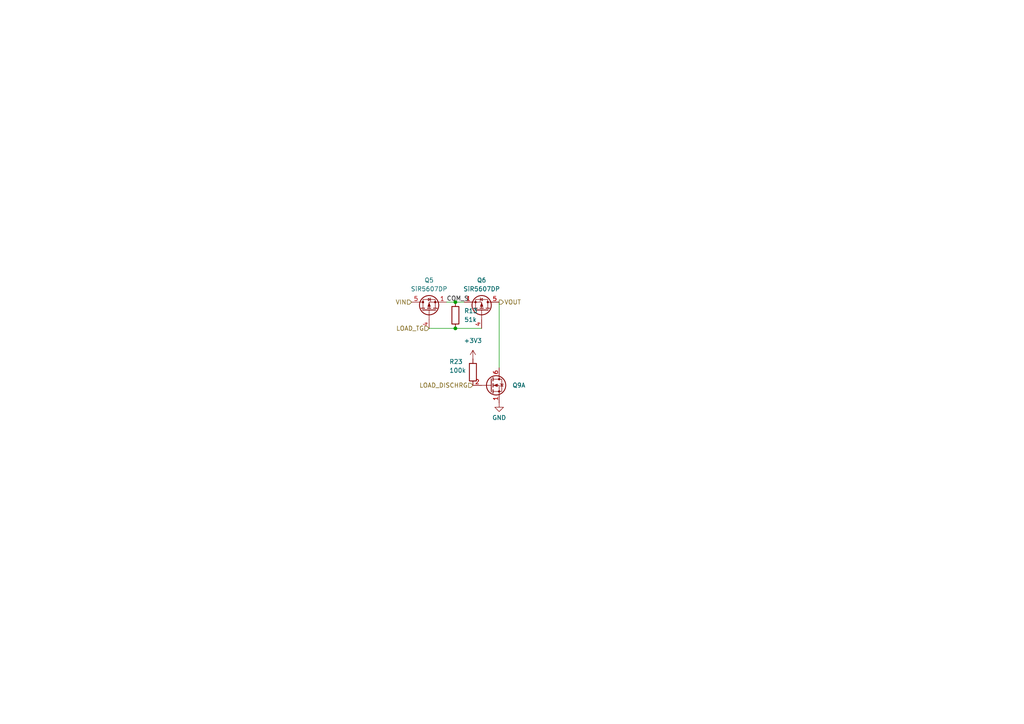
<source format=kicad_sch>
(kicad_sch (version 20231120) (generator "eeschema") (generator_version "8.0")
  (paper "A4")
  (lib_symbols
    (symbol "Device:Q_Dual_NMOS_S1G1D2S2G2D1" (pin_names (offset 0) hide)
      (property "Reference" "Q" (at 6.35 1.27 0))
      (property "Value" "Q_Dual_NMOS_S1G1D2S2G2D1" (at 19.05 -1.27 0))
      (symbol "Q_Dual_NMOS_S1G1D2S2G2D1_0_1"
        (polyline (pts (xy 0.254 0) (xy -2.54 0)))
        (polyline (pts (xy 0.254 1.905) (xy 0.254 -1.905)) (stroke (width 0.254)))
        (polyline (pts (xy 0.762 -1.27) (xy 0.762 -2.286)) (stroke (width 0.254)))
        (polyline (pts (xy 0.762 0.508) (xy 0.762 -0.508)) (stroke (width 0.254)))
        (polyline (pts (xy 0.762 2.286) (xy 0.762 1.27)) (stroke (width 0.254)))
        (polyline (pts (xy 2.54 2.54) (xy 2.54 1.778)))
        (polyline (pts (xy 2.54 -2.54) (xy 2.54 0) (xy 0.762 0)))
        (polyline (pts (xy 0.762 -1.778) (xy 3.302 -1.778) (xy 3.302 1.778) (xy 0.762 1.778)))
        (polyline (pts (xy 1.016 0) (xy 2.032 0.381) (xy 2.032 -0.381) (xy 1.016 0)) (fill (type outline)))
        (polyline (pts (xy 2.794 0.508) (xy 2.921 0.381) (xy 3.683 0.381) (xy 3.81 0.254)))
        (polyline (pts (xy 3.302 0.381) (xy 2.921 -0.254) (xy 3.683 -0.254) (xy 3.302 0.381)))
        (circle (center 1.651 0) (radius 2.794) (stroke (width 0.254)))
        (circle (center 2.54 -1.778) (radius 0.254) (fill (type outline)))
        (circle (center 2.54 1.778) (radius 0.254) (fill (type outline)))
      )
      (symbol "Q_Dual_NMOS_S1G1D2S2G2D1_1_1"
        (pin passive line (at 2.54 -5.08 90) (length 2.54) (name "S") (number "1"))
        (pin input line (at -5.08 0 0) (length 2.54) (name "G") (number "2"))
        (pin passive line (at 2.54 5.08 270) (length 2.54) (name "D") (number "6"))
      )
      (symbol "Q_Dual_NMOS_S1G1D2S2G2D1_2_1"
        (pin passive line (at 2.54 5.08 270) (length 2.54) (name "D") (number "3"))
        (pin passive line (at 2.54 -5.08 90) (length 2.54) (name "S") (number "4"))
        (pin input line (at -5.08 0 0) (length 2.54) (name "G") (number "5"))
      )
    )
    (symbol "Device:R" (pin_numbers hide) (pin_names (offset 0))
      (property "Reference" "R" (at 2.032 0 90))
      (property "Value" "R" (at 0 0 90))
      (symbol "R_0_1"
        (rectangle (start -1.016 -2.54) (end 1.016 2.54) (stroke (width 0.254)))
      )
      (symbol "R_1_1"
        (pin passive line (at 0 3.81 270) (length 1.27) (name "~") (number "1"))
        (pin passive line (at 0 -3.81 90) (length 1.27) (name "~") (number "2"))
      )
    )
    (symbol "Transistor_FET:AON6411" (pin_names hide)
      (property "Reference" "Q" (at 5.08 1.905 0))
      (property "Value" "AON6411" (at 5.08 0 0))
      (symbol "AON6411_0_1"
        (polyline (pts (xy 0.254 0) (xy -2.54 0)))
        (polyline (pts (xy 0.254 1.905) (xy 0.254 -1.905)) (stroke (width 0.254)))
        (polyline (pts (xy 0.762 -1.27) (xy 0.762 -2.286)) (stroke (width 0.254)))
        (polyline (pts (xy 0.762 0.508) (xy 0.762 -0.508)) (stroke (width 0.254)))
        (polyline (pts (xy 0.762 2.286) (xy 0.762 1.27)) (stroke (width 0.254)))
        (polyline (pts (xy 2.54 2.54) (xy 2.54 1.778)))
        (polyline (pts (xy 2.54 -2.54) (xy 2.54 0) (xy 0.762 0)))
        (polyline (pts (xy 0.762 1.778) (xy 3.302 1.778) (xy 3.302 -1.778) (xy 0.762 -1.778)))
        (polyline (pts (xy 2.286 0) (xy 1.27 0.381) (xy 1.27 -0.381) (xy 2.286 0)) (fill (type outline)))
        (polyline (pts (xy 2.794 -0.508) (xy 2.921 -0.381) (xy 3.683 -0.381) (xy 3.81 -0.254)))
        (polyline (pts (xy 3.302 -0.381) (xy 2.921 0.254) (xy 3.683 0.254) (xy 3.302 -0.381)))
        (circle (center 1.651 0) (radius 2.794) (stroke (width 0.254)))
        (circle (center 2.54 -1.778) (radius 0.254) (fill (type outline)))
        (circle (center 2.54 1.778) (radius 0.254) (fill (type outline)))
      )
      (symbol "AON6411_1_1"
        (pin passive line (at 2.54 -5.08 90) (length 2.54) (name "S") (number "1"))
        (pin passive line (at 2.54 -5.08 90) (length 2.54) hide (name "S") (number "2"))
        (pin passive line (at 2.54 -5.08 90) (length 2.54) hide (name "S") (number "3"))
        (pin input line (at -5.08 0 0) (length 2.54) (name "G") (number "4"))
        (pin passive line (at 2.54 5.08 270) (length 2.54) (name "D") (number "5"))
      )
    )
    (symbol "power:+3V3" (power) (pin_numbers hide) (pin_names (offset 0) hide)
      (property "Value" "+3V3" (at 0 3.556 0))
      (symbol "+3V3_0_1"
        (polyline (pts (xy -0.762 1.27) (xy 0 2.54)))
        (polyline (pts (xy 0 0) (xy 0 2.54)))
        (polyline (pts (xy 0 2.54) (xy 0.762 1.27)))
      )
      (symbol "+3V3_1_1"
        (pin power_in line (at 0 0 90) (length 0) (name "~") (number "1"))
      )
    )
    (symbol "power:GND" (power) (pin_numbers hide) (pin_names (offset 0) hide)
      (property "Value" "GND" (at 0 -3.81 0))
      (symbol "GND_0_1"
        (polyline (pts (xy 0 0) (xy 0 -1.27) (xy 1.27 -1.27) (xy 0 -2.54) (xy -1.27 -1.27) (xy 0 -1.27)))
      )
      (symbol "GND_1_1"
        (pin power_in line (at 0 0 270) (length 0) (name "~") (number "1"))
      )
    )
  )
  (junction (at 132.08 87.63))
  (junction (at 132.08 95.25))
  (wire (pts (xy 144.78 87.63) (xy 144.78 106.68)))
  (wire (pts (xy 124.46 95.25) (xy 132.08 95.25)))
  (wire (pts (xy 132.08 95.25) (xy 139.7 95.25)))
  (wire (pts (xy 132.08 87.63) (xy 134.62 87.63)))
  (wire (pts (xy 129.54 87.63) (xy 132.08 87.63)))
  (label "COM_S" (at 129.54 87.63 0))
  (hierarchical_label "VIN" (shape input) (at 119.38 87.63 180))
  (hierarchical_label "LOAD_TG" (shape input) (at 124.46 95.25 180))
  (hierarchical_label "VOUT" (shape output) (at 144.78 87.63 0))
  (hierarchical_label "LOAD_DISCHRG" (shape input) (at 137.16 111.76 180))
  (symbol (lib_id "Device:Q_Dual_NMOS_S1G1D2S2G2D1") (at 142.24 111.76 0) (unit 1)
    (property "Reference" "Q9" (at 148.59 111.7599 0) (effects (justify left)))
    (property "Value" "Q_Dual_NMOS_S1G1D2S2G2D1" (effects (hide yes)))
    (property "Footprint" "Package_TO_SOT_SMD:SOT-363_SC-70-6" (effects (hide yes)))
    (property "Description" "Dual NMOS transistor, 6 pin package" (effects (hide yes)))
  )
  (symbol (lib_id "power:+3V3") (at 137.16 104.14 0) (unit 1)
    (property "Reference" "#PWR040" (effects (hide yes)))
    (property "Value" "+3V3" (at 137.16 98.806 0))
    (property "Description" "Power symbol creates a global label with name \"+3V3\"" (effects (hide yes)))
  )
  (symbol (lib_id "Transistor_FET:AON6411") (at 124.46 90.17 90) (unit 1)
    (property "Reference" "Q5" (at 124.46 81.28 90))
    (property "Value" "SiR5607DP" (at 124.46 83.82 90))
    (property "Footprint" "Package_DFN_QFN:AO_DFN-8-1EP_5.55x5.2mm_P1.27mm_EP4.12x4.6mm" (effects (hide yes)))
    (property "Datasheet" "http://www.aosmd.com/res/data_sheets/AON6411.pdf" (effects (hide yes)))
    (property "Description" "-85A Id, -20V Vds, P-Channel MOSFET, DFN-8" (effects (hide yes)))
    (property "Sim.Device" "PMOS" (effects (hide yes)))
    (property "Sim.Type" "VDMOS" (effects (hide yes)))
    (property "Sim.Pins" "1=D 2=G 3=S" (effects (hide yes)))
  )
  (symbol (lib_id "Device:R") (at 137.16 107.95 180) (unit 1)
    (property "Reference" "R23" (at 130.302 104.902 0) (effects (justify right)))
    (property "Value" "100k" (at 130.302 107.442 0) (effects (justify right)))
    (property "Footprint" "Resistor_SMD:R_0603_1608Metric" (effects (hide yes)))
    (property "Description" "Resistor" (effects (hide yes)))
  )
  (symbol (lib_id "power:GND") (at 144.78 116.84 0) (unit 1)
    (property "Reference" "#PWR044" (effects (hide yes)))
    (property "Value" "GND" (at 144.78 121.158 0))
    (property "Description" "Power symbol creates a global label with name \"GND\" , ground" (effects (hide yes)))
  )
  (symbol (lib_id "Transistor_FET:AON6411") (at 139.7 90.17 270) (mirror x) (unit 1)
    (property "Reference" "Q6" (at 139.7 81.28 90))
    (property "Value" "SiR5607DP" (at 139.7 83.82 90))
    (property "Footprint" "Package_DFN_QFN:AO_DFN-8-1EP_5.55x5.2mm_P1.27mm_EP4.12x4.6mm" (effects (hide yes)))
    (property "Datasheet" "http://www.aosmd.com/res/data_sheets/AON6411.pdf" (effects (hide yes)))
    (property "Description" "-85A Id, -20V Vds, P-Channel MOSFET, DFN-8" (effects (hide yes)))
    (property "Sim.Device" "PMOS" (effects (hide yes)))
    (property "Sim.Type" "VDMOS" (effects (hide yes)))
    (property "Sim.Pins" "1=D 2=G 3=S" (effects (hide yes)))
  )
  (symbol (lib_id "Device:R") (at 132.08 91.44 0) (unit 1)
    (property "Reference" "R13" (at 134.62 90.17 0) (effects (justify left)))
    (property "Value" "51k" (at 134.62 92.71 0) (effects (justify left)))
    (property "Footprint" "Resistor_SMD:R_0603_1608Metric" (effects (hide yes)))
    (property "Description" "Resistor" (effects (hide yes)))
  )
)
</source>
